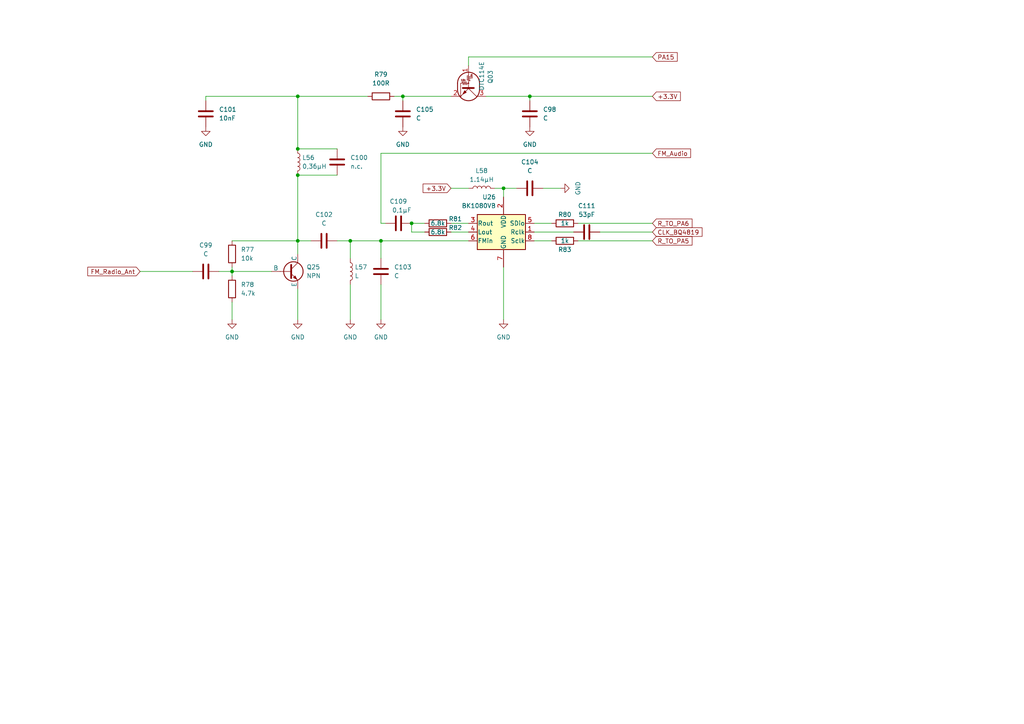
<source format=kicad_sch>
(kicad_sch (version 20230121) (generator eeschema)
  (paper "A4")
  (title_block (title "UV-K5 FM Radio") (rev "ludwich"))
  (lib_symbols
    (symbol "Device:C" (pin_numbers hide) (pin_names (offset 0.254))
      (property "Reference" "C" (at 0.635 2.54 0))
      (property "Value" "C" (at 0.635 -2.54 0))
      (symbol "C_0_1"
        (polyline (pts (xy -2.032 -0.762) (xy 2.032 -0.762)) (stroke (width 0.508)))
        (polyline (pts (xy -2.032 0.762) (xy 2.032 0.762)) (stroke (width 0.508)))
      )
      (symbol "C_1_1"
        (pin passive line (at 0 3.81 270) (length 2.794) (name "~") (number "1"))
        (pin passive line (at 0 -3.81 90) (length 2.794) (name "~") (number "2"))
      )
    )
    (symbol "Device:L" (pin_numbers hide) (pin_names (offset 1.016) hide)
      (property "Reference" "L" (at -1.27 0 90))
      (property "Value" "L" (at 1.905 0 90))
      (symbol "L_0_1"
        (arc (start 0 -2.54) (mid 0.6323 -1.905) (end 0 -1.27))
        (arc (start 0 -1.27) (mid 0.6323 -0.635) (end 0 0))
        (arc (start 0 0) (mid 0.6323 0.635) (end 0 1.27))
        (arc (start 0 1.27) (mid 0.6323 1.905) (end 0 2.54))
      )
      (symbol "L_1_1"
        (pin passive line (at 0 3.81 270) (length 1.27) (name "1") (number "1"))
        (pin passive line (at 0 -3.81 90) (length 1.27) (name "2") (number "2"))
      )
    )
    (symbol "Device:R" (pin_numbers hide) (pin_names (offset 0))
      (property "Reference" "R" (at 2.032 0 90))
      (property "Value" "R" (at 0 0 90))
      (symbol "R_0_1"
        (rectangle (start -1.016 -2.54) (end 1.016 2.54) (stroke (width 0.254)))
      )
      (symbol "R_1_1"
        (pin passive line (at 0 3.81 270) (length 1.27) (name "~") (number "1"))
        (pin passive line (at 0 -3.81 90) (length 1.27) (name "~") (number "2"))
      )
    )
    (symbol "Simulation_SPICE:NPN" (pin_numbers hide) (pin_names (offset 0))
      (property "Reference" "Q" (at -2.54 7.62 0))
      (property "Value" "NPN" (at -2.54 5.08 0))
      (symbol "NPN_0_1"
        (polyline (pts (xy -2.54 0) (xy 0.635 0)) (stroke (width 0.1524)))
        (polyline (pts (xy 0.635 0.635) (xy 2.54 2.54)))
        (polyline (pts (xy 2.794 -1.27) (xy 2.794 -1.27)) (stroke (width 0.1524)))
        (polyline (pts (xy 2.794 -1.27) (xy 2.794 -1.27)) (stroke (width 0.1524)))
        (polyline (pts (xy 0.635 -0.635) (xy 2.54 -2.54) (xy 2.54 -2.54)))
        (polyline (pts (xy 0.635 1.905) (xy 0.635 -1.905) (xy 0.635 -1.905)) (stroke (width 0.508)))
        (polyline (pts (xy 1.27 -1.778) (xy 1.778 -1.27) (xy 2.286 -2.286) (xy 1.27 -1.778) (xy 1.27 -1.778)) (fill (type outline)))
        (circle (center 1.27 0) (radius 2.8194) (stroke (width 0.254)))
      )
      (symbol "NPN_1_1"
        (pin open_collector line (at 2.54 5.08 270) (length 2.54) (name "C") (number "1"))
        (pin input line (at -5.08 0 0) (length 2.54) (name "B") (number "2"))
        (pin open_emitter line (at 2.54 -5.08 90) (length 2.54) (name "E") (number "3"))
      )
    )
    (symbol "UV-K5:BK1080VB" (pin_names (offset 0.127))
      (property "Reference" "U" (at 1.27 8.89 0))
      (property "Value" "BK1080VB" (at 5.08 6.35 0))
      (symbol "BK1080VB_0_1"
        (rectangle (start -6.35 5.08) (end 7.62 -5.08) (stroke (width 0.254)) (fill (type background)))
      )
      (symbol "BK1080VB_1_1"
        (pin input line (at -8.89 0 0) (length 2.54) (name "Rclk") (number "1"))
        (pin power_in line (at 0 10.16 270) (length 5.08) (name "VDD") (number "2"))
        (pin output line (at 10.16 2.54 180) (length 2.54) (name "Rout") (number "3"))
        (pin output line (at 10.16 0 180) (length 2.54) (name "Lout") (number "4"))
        (pin input line (at -8.89 2.54 0) (length 2.54) (name "SDio") (number "5"))
        (pin input line (at 10.16 -2.54 180) (length 2.54) (name "FMin") (number "6"))
        (pin power_in line (at 0 -10.16 90) (length 5.08) (name "GND") (number "7"))
        (pin input line (at -8.89 -2.54 0) (length 2.54) (name "Sclk") (number "8"))
      )
    )
    (symbol "UV-K5:DTC114E" (pin_names (offset 0) hide)
      (property "Reference" "Q" (at 5.08 1.905 0))
      (property "Value" "DTC114E" (at 5.08 0 0))
      (symbol "DTC114E_0_0"
        (text "10k" (at -3.302 0.889 0) (effects (font (size 0.508 0.508))))
        (text "10k" (at -2.159 -1.524 900) (effects (font (size 0.508 0.508))))
      )
      (symbol "DTC114E_0_1"
        (circle (center -1.27 0) (radius 0.127))
        (arc (start -1.27 3.175) (mid -4.4312 0) (end -1.27 -3.175) (stroke (width 0.254)))
        (polyline (pts (xy -3.429 0) (xy -3.81 0)))
        (polyline (pts (xy -1.27 -3.175) (xy 0.635 -3.175)) (stroke (width 0.254)))
        (polyline (pts (xy -1.27 3.175) (xy 0.635 3.175)) (stroke (width 0.254)))
        (polyline (pts (xy 0 -0.254) (xy 2.54 2.286)))
        (polyline (pts (xy 0.127 1.524) (xy 0.127 -1.651)) (stroke (width 0.508)) (fill (type outline)))
        (polyline (pts (xy 2.54 2.286) (xy 2.54 2.54)))
        (polyline (pts (xy 2.54 -2.286) (xy 0 0.254) (xy 0 0.254)))
        (polyline (pts (xy 0.889 -1.143) (xy 1.397 -0.635) (xy 1.905 -1.651) (xy 0.889 -1.143)) (fill (type outline)))
        (polyline (pts (xy 0 0) (xy -1.905 0) (xy -2.032 0.508) (xy -2.286 -0.508) (xy -2.54 0.508) (xy -2.794 -0.508) (xy -3.048 0.508) (xy -3.302 -0.508) (xy -3.429 0)))
        (polyline (pts (xy -1.27 0) (xy -1.27 -0.381) (xy -0.762 -0.508) (xy -1.778 -0.762) (xy -0.762 -1.016) (xy -1.778 -1.27) (xy -0.762 -1.524) (xy -1.778 -1.778) (xy -1.27 -1.905) (xy -1.27 -2.286) (xy 2.54 -2.286)))
        (arc (start 0.635 -3.175) (mid 3.7962 0) (end 0.635 3.175) (stroke (width 0.254)))
        (circle (center 2.54 -2.286) (radius 0.127))
      )
      (symbol "DTC114E_1_1"
        (pin input line (at -6.35 0 0) (length 2.54) (name "B") (number "1"))
        (pin passive line (at 2.54 -5.08 90) (length 2.54) (name "E") (number "2"))
        (pin passive line (at 2.54 5.08 270) (length 2.54) (name "C") (number "3"))
      )
    )
    (symbol "power:GND" (power) (pin_names (offset 0))
      (property "Value" "GND" (at 0 -3.81 0))
      (symbol "GND_0_1"
        (polyline (pts (xy 0 0) (xy 0 -1.27) (xy 1.27 -1.27) (xy 0 -2.54) (xy -1.27 -1.27) (xy 0 -1.27)))
      )
      (symbol "GND_1_1"
        (pin power_in line (at 0 0 270) (length 0) hide (name "GND") (number "1"))
      )
    )
  )
  (junction (at 67.31 78.74))
  (junction (at 146.05 54.61))
  (junction (at 86.36 43.18))
  (junction (at 116.84 27.94))
  (junction (at 86.36 50.8))
  (junction (at 86.36 69.85))
  (junction (at 110.49 69.85))
  (junction (at 86.36 27.94))
  (junction (at 119.38 64.77))
  (junction (at 153.67 27.94))
  (junction (at 101.6 69.85))
  (wire (pts (xy 110.49 82.55) (xy 110.49 92.71)))
  (wire (pts (xy 67.31 78.74) (xy 67.31 80.01)))
  (wire (pts (xy 146.05 54.61) (xy 149.86 54.61)))
  (wire (pts (xy 135.89 16.51) (xy 189.23 16.51)))
  (wire (pts (xy 114.3 27.94) (xy 116.84 27.94)))
  (wire (pts (xy 97.79 69.85) (xy 101.6 69.85)))
  (wire (pts (xy 86.36 50.8) (xy 86.36 69.85)))
  (wire (pts (xy 86.36 27.94) (xy 106.68 27.94)))
  (wire (pts (xy 59.69 27.94) (xy 59.69 29.21)))
  (wire (pts (xy 59.69 27.94) (xy 86.36 27.94)))
  (wire (pts (xy 130.81 64.77) (xy 135.89 64.77)))
  (wire (pts (xy 153.67 29.21) (xy 153.67 27.94)))
  (wire (pts (xy 63.5 78.74) (xy 67.31 78.74)))
  (wire (pts (xy 143.51 54.61) (xy 146.05 54.61)))
  (wire (pts (xy 67.31 87.63) (xy 67.31 92.71)))
  (wire (pts (xy 130.81 54.61) (xy 135.89 54.61)))
  (wire (pts (xy 40.64 78.74) (xy 55.88 78.74)))
  (wire (pts (xy 146.05 54.61) (xy 146.05 57.15)))
  (wire (pts (xy 123.19 67.31) (xy 119.38 67.31)))
  (wire (pts (xy 86.36 43.18) (xy 97.79 43.18)))
  (wire (pts (xy 167.64 64.77) (xy 189.23 64.77)))
  (wire (pts (xy 154.94 64.77) (xy 160.02 64.77)))
  (wire (pts (xy 86.36 83.82) (xy 86.36 92.71)))
  (wire (pts (xy 110.49 44.45) (xy 110.49 64.77)))
  (wire (pts (xy 86.36 69.85) (xy 90.17 69.85)))
  (wire (pts (xy 86.36 69.85) (xy 86.36 73.66)))
  (wire (pts (xy 86.36 50.8) (xy 97.79 50.8)))
  (wire (pts (xy 110.49 64.77) (xy 111.76 64.77)))
  (wire (pts (xy 101.6 69.85) (xy 110.49 69.85)))
  (wire (pts (xy 116.84 27.94) (xy 130.81 27.94)))
  (wire (pts (xy 67.31 78.74) (xy 78.74 78.74)))
  (wire (pts (xy 67.31 77.47) (xy 67.31 78.74)))
  (wire (pts (xy 130.81 67.31) (xy 135.89 67.31)))
  (wire (pts (xy 154.94 69.85) (xy 160.02 69.85)))
  (wire (pts (xy 173.99 67.31) (xy 189.23 67.31)))
  (wire (pts (xy 135.89 19.05) (xy 135.89 16.51)))
  (wire (pts (xy 110.49 69.85) (xy 135.89 69.85)))
  (wire (pts (xy 154.94 67.31) (xy 166.37 67.31)))
  (wire (pts (xy 146.05 77.47) (xy 146.05 92.71)))
  (wire (pts (xy 67.31 69.85) (xy 86.36 69.85)))
  (wire (pts (xy 110.49 69.85) (xy 110.49 74.93)))
  (wire (pts (xy 189.23 44.45) (xy 110.49 44.45)))
  (wire (pts (xy 116.84 27.94) (xy 116.84 29.21)))
  (wire (pts (xy 140.97 27.94) (xy 153.67 27.94)))
  (wire (pts (xy 86.36 27.94) (xy 86.36 43.18)))
  (wire (pts (xy 119.38 64.77) (xy 123.19 64.77)))
  (wire (pts (xy 153.67 27.94) (xy 189.23 27.94)))
  (wire (pts (xy 119.38 64.77) (xy 119.38 67.31)))
  (wire (pts (xy 157.48 54.61) (xy 162.56 54.61)))
  (wire (pts (xy 101.6 82.55) (xy 101.6 92.71)))
  (wire (pts (xy 167.64 69.85) (xy 189.23 69.85)))
  (wire (pts (xy 101.6 69.85) (xy 101.6 74.93)))
  (global_label "R_TO_PA6" (shape input) (at 189.23 64.77 0) (property "Intersheetrefs" "${INTERSHEET_REFS}" (at 201.2866 64.77 0) (effects (justify left))))
  (global_label "CLK_BQ4819" (shape input) (at 189.23 67.31 0) (property "Intersheetrefs" "${INTERSHEET_REFS}" (at 204.1894 67.31 0) (effects (justify left))))
  (global_label "+3.3V" (shape input) (at 189.23 27.94 0) (property "Intersheetrefs" "${INTERSHEET_REFS}" (at 197.9 27.94 0) (effects (justify left))))
  (global_label "FM_Radio_Ant" (shape input) (at 40.64 78.74 180) (property "Intersheetrefs" "${INTERSHEET_REFS}" (at 24.8945 78.74 0) (effects (justify right))))
  (global_label "PA15" (shape input) (at 189.23 16.51 0) (property "Intersheetrefs" "${INTERSHEET_REFS}" (at 196.9928 16.51 0) (effects (justify left))))
  (global_label "FM_Audio" (shape input) (at 189.23 44.45 0) (property "Intersheetrefs" "${INTERSHEET_REFS}" (at 200.8632 44.45 0) (effects (justify left))))
  (global_label "+3.3V" (shape input) (at 130.81 54.61 180) (property "Intersheetrefs" "${INTERSHEET_REFS}" (at 122.14 54.61 0) (effects (justify right))))
  (global_label "R_TO_PA5" (shape input) (at 189.23 69.85 0) (property "Intersheetrefs" "${INTERSHEET_REFS}" (at 201.2866 69.85 0) (effects (justify left))))
  (symbol (lib_id "Device:R") (at 127 67.31 90) (unit 1)
    (property "Reference" "R82" (at 132.08 66.04 90))
    (property "Value" "6.8k" (at 127 67.31 90))
  )
  (symbol (lib_id "power:GND") (at 146.05 92.71 0) (unit 1)
    (property "Reference" "#PWR0149" (effects hide))
    (property "Value" "GND" (at 146.05 97.79 0))
  )
  (symbol (lib_id "power:GND") (at 153.67 36.83 0) (unit 1)
    (property "Reference" "#PWR0153" (effects hide))
    (property "Value" "GND" (at 153.67 41.91 0))
  )
  (symbol (lib_id "power:GND") (at 67.31 92.71 0) (unit 1)
    (property "Reference" "#PWR0144" (effects hide))
    (property "Value" "GND" (at 67.31 97.79 0))
  )
  (symbol (lib_id "power:GND") (at 59.69 36.83 0) (unit 1)
    (property "Reference" "#PWR0146" (effects hide))
    (property "Value" "GND" (at 59.69 41.91 0))
  )
  (symbol (lib_id "Device:L") (at 101.6 78.74 0) (unit 1)
    (property "Reference" "L57" (at 102.87 77.47 0) (effects (justify left)))
    (property "Value" "L" (at 102.87 80.01 0) (effects (justify left)))
  )
  (symbol (lib_id "Device:R") (at 127 64.77 90) (unit 1)
    (property "Reference" "R81" (at 132.08 63.5 90))
    (property "Value" "6.8k" (at 127 64.77 90))
  )
  (symbol (lib_id "power:GND") (at 162.56 54.61 90) (unit 1)
    (property "Reference" "#PWR0150" (effects hide))
    (property "Value" "GND" (at 167.64 54.61 0))
  )
  (symbol (lib_id "Device:R") (at 163.83 69.85 90) (unit 1)
    (property "Reference" "R83" (at 163.83 72.39 90))
    (property "Value" "1k" (at 163.83 69.85 90))
  )
  (symbol (lib_id "power:GND") (at 86.36 92.71 0) (unit 1)
    (property "Reference" "#PWR0145" (effects hide))
    (property "Value" "GND" (at 86.36 97.79 0))
  )
  (symbol (lib_id "Device:C") (at 116.84 33.02 0) (unit 1)
    (property "Reference" "C105" (at 120.65 31.75 0) (effects (justify left)))
    (property "Value" "C" (at 120.65 34.29 0) (effects (justify left)))
  )
  (symbol (lib_id "Simulation_SPICE:NPN") (at 83.82 78.74 0) (unit 1)
    (property "Reference" "Q25" (at 88.9 77.47 0) (effects (justify left)))
    (property "Value" "NPN" (at 88.9 80.01 0) (effects (justify left)))
    (property "Sim.Device" "NPN" (effects hide))
    (property "Sim.Type" "GUMMELPOON" (effects hide))
    (property "Sim.Pins" "1=C 2=B 3=E" (effects hide))
  )
  (symbol (lib_id "Device:C") (at 153.67 33.02 0) (unit 1)
    (property "Reference" "C98" (at 157.48 31.75 0) (effects (justify left)))
    (property "Value" "C" (at 157.48 34.29 0) (effects (justify left)))
  )
  (symbol (lib_id "Device:C") (at 110.49 78.74 0) (unit 1)
    (property "Reference" "C103" (at 114.3 77.47 0) (effects (justify left)))
    (property "Value" "C" (at 114.3 80.01 0) (effects (justify left)))
  )
  (symbol (lib_id "Device:L") (at 86.36 46.99 0) (unit 1)
    (property "Reference" "L56" (at 87.63 45.72 0) (effects (justify left)))
    (property "Value" "0,36µH" (at 87.63 48.26 0) (effects (justify left)))
  )
  (symbol (lib_id "Device:R") (at 110.49 27.94 90) (unit 1)
    (property "Reference" "R79" (at 110.49 21.59 90))
    (property "Value" "100R" (at 110.49 24.13 90))
  )
  (symbol (lib_id "Device:C") (at 97.79 46.99 0) (unit 1)
    (property "Reference" "C100" (at 101.6 45.72 0) (effects (justify left)))
    (property "Value" "n.c." (at 101.6 48.26 0) (effects (justify left)))
  )
  (symbol (lib_id "UV-K5:BK1080VB") (at 146.05 67.31 0) (mirror y) (unit 1)
    (property "Reference" "U26" (at 143.8559 57.15 0) (effects (justify left)))
    (property "Value" "BK1080VB" (at 143.8559 59.69 0) (effects (justify left)))
    (property "Footprint" "Package_SO:SOP-8_3.9x4.9mm_P1.27mm" (effects hide))
  )
  (symbol (lib_id "Device:C") (at 59.69 78.74 90) (unit 1)
    (property "Reference" "C99" (at 59.69 71.12 90))
    (property "Value" "C" (at 59.69 73.66 90))
  )
  (symbol (lib_id "Device:R") (at 67.31 83.82 0) (unit 1)
    (property "Reference" "R78" (at 69.85 82.55 0) (effects (justify left)))
    (property "Value" "4.7k" (at 69.85 85.09 0) (effects (justify left)))
  )
  (symbol (lib_id "power:GND") (at 101.6 92.71 0) (unit 1)
    (property "Reference" "#PWR0147" (effects hide))
    (property "Value" "GND" (at 101.6 97.79 0))
  )
  (symbol (lib_id "UV-K5:DTC114E") (at 135.89 25.4 270) (unit 1)
    (property "Reference" "Q03" (at 142.24 20.32 0) (effects (justify left)))
    (property "Value" "DTC114E" (at 139.7 17.78 0) (effects (justify left)))
    (instances (project "UVK5_reversing" (path "" (reference "Q03") (unit 1)) (path "" (reference "Q33") (unit 1))))
  )
  (symbol (lib_id "Device:C") (at 170.18 67.31 90) (unit 1)
    (property "Reference" "C111" (at 170.18 59.69 90))
    (property "Value" "53pF" (at 170.18 62.23 90))
  )
  (symbol (lib_id "Device:C") (at 59.69 33.02 0) (unit 1)
    (property "Reference" "C101" (at 63.5 31.75 0) (effects (justify left)))
    (property "Value" "10nF" (at 63.5 34.29 0) (effects (justify left)))
  )
  (symbol (lib_id "power:GND") (at 116.84 36.83 0) (unit 1)
    (property "Reference" "#PWR0151" (effects hide))
    (property "Value" "GND" (at 116.84 41.91 0))
  )
  (symbol (lib_id "Device:C") (at 115.57 64.77 90) (unit 1)
    (property "Reference" "C109" (at 118.11 58.42 90) (effects (justify left)))
    (property "Value" "0,1µF" (at 119.38 60.96 90) (effects (justify left)))
  )
  (symbol (lib_id "Device:C") (at 93.98 69.85 90) (unit 1)
    (property "Reference" "C102" (at 93.98 62.23 90))
    (property "Value" "C" (at 93.98 64.77 90))
  )
  (symbol (lib_id "Device:L") (at 139.7 54.61 90) (unit 1)
    (property "Reference" "L58" (at 139.7 49.53 90))
    (property "Value" "1.14µH" (at 139.7 52.07 90))
  )
  (symbol (lib_id "power:GND") (at 110.49 92.71 0) (unit 1)
    (property "Reference" "#PWR0148" (effects hide))
    (property "Value" "GND" (at 110.49 97.79 0))
  )
  (symbol (lib_id "Device:R") (at 67.31 73.66 0) (unit 1)
    (property "Reference" "R77" (at 69.85 72.39 0) (effects (justify left)))
    (property "Value" "10k" (at 69.85 74.93 0) (effects (justify left)))
  )
  (symbol (lib_id "Device:C") (at 153.67 54.61 90) (unit 1)
    (property "Reference" "C104" (at 153.67 46.99 90))
    (property "Value" "C" (at 153.67 49.53 90))
  )
  (symbol (lib_id "Device:R") (at 163.83 64.77 90) (unit 1)
    (property "Reference" "R80" (at 163.83 62.23 90))
    (property "Value" "1k" (at 163.83 64.77 90))
  )
)
</source>
